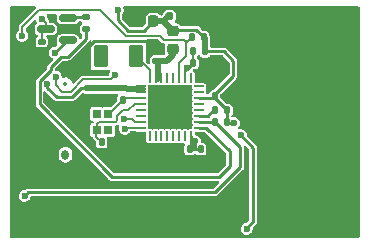
<source format=gbl>
%TF.GenerationSoftware,KiCad,Pcbnew,8.0.6*%
%TF.CreationDate,2025-10-07T13:26:48+02:00*%
%TF.ProjectId,PCB WLED Spec 7,50434220-574c-4454-9420-537065632037,rev?*%
%TF.SameCoordinates,Original*%
%TF.FileFunction,Copper,L2,Bot*%
%TF.FilePolarity,Positive*%
%FSLAX46Y46*%
G04 Gerber Fmt 4.6, Leading zero omitted, Abs format (unit mm)*
G04 Created by KiCad (PCBNEW 8.0.6) date 2025-10-07 13:26:48*
%MOMM*%
%LPD*%
G01*
G04 APERTURE LIST*
G04 Aperture macros list*
%AMRoundRect*
0 Rectangle with rounded corners*
0 $1 Rounding radius*
0 $2 $3 $4 $5 $6 $7 $8 $9 X,Y pos of 4 corners*
0 Add a 4 corners polygon primitive as box body*
4,1,4,$2,$3,$4,$5,$6,$7,$8,$9,$2,$3,0*
0 Add four circle primitives for the rounded corners*
1,1,$1+$1,$2,$3*
1,1,$1+$1,$4,$5*
1,1,$1+$1,$6,$7*
1,1,$1+$1,$8,$9*
0 Add four rect primitives between the rounded corners*
20,1,$1+$1,$2,$3,$4,$5,0*
20,1,$1+$1,$4,$5,$6,$7,0*
20,1,$1+$1,$6,$7,$8,$9,0*
20,1,$1+$1,$8,$9,$2,$3,0*%
G04 Aperture macros list end*
%TA.AperFunction,ComponentPad*%
%ADD10O,2.300000X1.300000*%
%TD*%
%TA.AperFunction,ComponentPad*%
%ADD11O,2.600000X1.300000*%
%TD*%
%TA.AperFunction,ComponentPad*%
%ADD12C,0.300000*%
%TD*%
%TA.AperFunction,SMDPad,CuDef*%
%ADD13RoundRect,0.140000X-0.170000X0.140000X-0.170000X-0.140000X0.170000X-0.140000X0.170000X0.140000X0*%
%TD*%
%TA.AperFunction,SMDPad,CuDef*%
%ADD14RoundRect,0.218750X0.256250X-0.218750X0.256250X0.218750X-0.256250X0.218750X-0.256250X-0.218750X0*%
%TD*%
%TA.AperFunction,SMDPad,CuDef*%
%ADD15RoundRect,0.140000X0.170000X-0.140000X0.170000X0.140000X-0.170000X0.140000X-0.170000X-0.140000X0*%
%TD*%
%TA.AperFunction,SMDPad,CuDef*%
%ADD16RoundRect,0.140000X0.140000X0.170000X-0.140000X0.170000X-0.140000X-0.170000X0.140000X-0.170000X0*%
%TD*%
%TA.AperFunction,SMDPad,CuDef*%
%ADD17RoundRect,0.135000X-0.135000X-0.185000X0.135000X-0.185000X0.135000X0.185000X-0.135000X0.185000X0*%
%TD*%
%TA.AperFunction,SMDPad,CuDef*%
%ADD18RoundRect,0.062500X-0.062500X0.337500X-0.062500X-0.337500X0.062500X-0.337500X0.062500X0.337500X0*%
%TD*%
%TA.AperFunction,SMDPad,CuDef*%
%ADD19RoundRect,0.062500X-0.337500X0.062500X-0.337500X-0.062500X0.337500X-0.062500X0.337500X0.062500X0*%
%TD*%
%TA.AperFunction,HeatsinkPad*%
%ADD20R,3.700000X3.700000*%
%TD*%
%TA.AperFunction,SMDPad,CuDef*%
%ADD21RoundRect,0.140000X-0.140000X-0.170000X0.140000X-0.170000X0.140000X0.170000X-0.140000X0.170000X0*%
%TD*%
%TA.AperFunction,SMDPad,CuDef*%
%ADD22RoundRect,0.225000X0.225000X0.250000X-0.225000X0.250000X-0.225000X-0.250000X0.225000X-0.250000X0*%
%TD*%
%TA.AperFunction,SMDPad,CuDef*%
%ADD23R,0.700000X0.750000*%
%TD*%
%TA.AperFunction,SMDPad,CuDef*%
%ADD24RoundRect,0.150000X0.450000X0.760000X-0.450000X0.760000X-0.450000X-0.760000X0.450000X-0.760000X0*%
%TD*%
%TA.AperFunction,SMDPad,CuDef*%
%ADD25RoundRect,0.135000X0.135000X0.185000X-0.135000X0.185000X-0.135000X-0.185000X0.135000X-0.185000X0*%
%TD*%
%TA.AperFunction,SMDPad,CuDef*%
%ADD26RoundRect,0.135000X0.185000X-0.135000X0.185000X0.135000X-0.185000X0.135000X-0.185000X-0.135000X0*%
%TD*%
%TA.AperFunction,SMDPad,CuDef*%
%ADD27RoundRect,0.150000X0.587500X0.150000X-0.587500X0.150000X-0.587500X-0.150000X0.587500X-0.150000X0*%
%TD*%
%TA.AperFunction,ViaPad*%
%ADD28C,0.600000*%
%TD*%
%TA.AperFunction,Conductor*%
%ADD29C,0.250000*%
%TD*%
%TA.AperFunction,Conductor*%
%ADD30C,0.200000*%
%TD*%
%TA.AperFunction,Conductor*%
%ADD31C,0.500000*%
%TD*%
%TA.AperFunction,Conductor*%
%ADD32C,0.157000*%
%TD*%
%ADD33C,0.300000*%
%ADD34C,0.350000*%
%ADD35O,0.599999X0.849999*%
%ADD36O,1.600000X0.600000*%
%ADD37O,1.900000X0.600000*%
%ADD38C,0.200000*%
G04 APERTURE END LIST*
D10*
%TO.P,J1,S1,SHIELD*%
%TO.N,GND*%
X185625000Y-75430000D03*
D11*
X181800000Y-75430000D03*
D10*
X185625000Y-84070000D03*
D11*
X181800000Y-84070000D03*
%TD*%
D12*
%TO.P,U3,10,EXP*%
%TO.N,GND*%
X194200000Y-84000000D03*
%TO.P,U3,11,EXP*%
X195500000Y-84000000D03*
%TO.P,U3,12,EXP*%
X194200000Y-85300000D03*
%TO.P,U3,13,EXP*%
X195500000Y-85300000D03*
%TO.P,U3,14,EXP*%
X194200000Y-86600000D03*
%TO.P,U3,15,EXP*%
X195500000Y-86600000D03*
%TO.P,U3,16,EXP*%
X194200000Y-87900000D03*
%TO.P,U3,17,EXP*%
X195500000Y-87900000D03*
%TD*%
D13*
%TO.P,C20,1*%
%TO.N,3.3V*%
X187800000Y-77120000D03*
%TO.P,C20,2*%
%TO.N,GND*%
X187800000Y-78080000D03*
%TD*%
D14*
%TO.P,L1,1,1*%
%TO.N,VDD3P3*%
X193970000Y-73840000D03*
%TO.P,L1,2,2*%
%TO.N,3.3V*%
X193970000Y-72265000D03*
%TD*%
D15*
%TO.P,C4,1*%
%TO.N,VDD3P3*%
X192600000Y-74800000D03*
%TO.P,C4,2*%
%TO.N,GND*%
X192600000Y-73840000D03*
%TD*%
D16*
%TO.P,C17,1*%
%TO.N,3.3V*%
X195400000Y-82300000D03*
%TO.P,C17,2*%
%TO.N,GND*%
X194440000Y-82300000D03*
%TD*%
D17*
%TO.P,R6,1*%
%TO.N,Net-(U1-GPIO8)*%
X197590000Y-79000000D03*
%TO.P,R6,2*%
%TO.N,3.3V*%
X198610000Y-79000000D03*
%TD*%
%TO.P,R5,1*%
%TO.N,PWM1*%
X195600000Y-72800000D03*
%TO.P,R5,2*%
%TO.N,3.3V*%
X196620000Y-72800000D03*
%TD*%
D13*
%TO.P,C19,1*%
%TO.N,3.3V*%
X186800000Y-77120000D03*
%TO.P,C19,2*%
%TO.N,GND*%
X186800000Y-78080000D03*
%TD*%
D18*
%TO.P,U1,1,LNA_IN*%
%TO.N,WIFI_ANT*%
X192025000Y-76275000D03*
%TO.P,U1,2,VDD3P3*%
%TO.N,VDD3P3*%
X192525000Y-76275000D03*
%TO.P,U1,3,VDD3P3*%
X193025000Y-76275000D03*
%TO.P,U1,4,XTAL_32K_P*%
%TO.N,unconnected-(U1-XTAL_32K_P-Pad4)*%
X193525000Y-76275000D03*
%TO.P,U1,5,XTAL_32K_N*%
%TO.N,unconnected-(U1-XTAL_32K_N-Pad5)*%
X194025000Y-76275000D03*
%TO.P,U1,6,GPIO2*%
%TO.N,PWM1*%
X194525000Y-76275000D03*
%TO.P,U1,7,CHIP_EN*%
%TO.N,ENABLE*%
X195025000Y-76275000D03*
%TO.P,U1,8,GPIO3*%
%TO.N,unconnected-(U1-GPIO3-Pad8)*%
X195525000Y-76275000D03*
D19*
%TO.P,U1,9,MTMS*%
%TO.N,unconnected-(U1-MTMS-Pad9)*%
X196225000Y-76975000D03*
%TO.P,U1,10,MTDI*%
%TO.N,unconnected-(U1-MTDI-Pad10)*%
X196225000Y-77475000D03*
%TO.P,U1,11,VDD3P3_RTC*%
%TO.N,3.3V*%
X196225000Y-77975000D03*
%TO.P,U1,12,MTCK*%
%TO.N,unconnected-(U1-MTCK-Pad12)*%
X196225000Y-78475000D03*
%TO.P,U1,13,MTDO*%
%TO.N,unconnected-(U1-MTDO-Pad13)*%
X196225000Y-78975000D03*
%TO.P,U1,14,GPIO8*%
%TO.N,Net-(U1-GPIO8)*%
X196225000Y-79475000D03*
%TO.P,U1,15,GPIO9*%
%TO.N,BOOT*%
X196225000Y-79975000D03*
%TO.P,U1,16,GPIO10*%
%TO.N,LED1_IN*%
X196225000Y-80475000D03*
D18*
%TO.P,U1,17,VDD3P3_CPU*%
%TO.N,3.3V*%
X195525000Y-81175000D03*
%TO.P,U1,18,VDD_SPI*%
%TO.N,unconnected-(U1-VDD_SPI-Pad18)*%
X195025000Y-81175000D03*
%TO.P,U1,19,SPIHD*%
%TO.N,unconnected-(U1-SPIHD-Pad19)*%
X194525000Y-81175000D03*
%TO.P,U1,20,SPIWP*%
%TO.N,unconnected-(U1-SPIWP-Pad20)*%
X194025000Y-81175000D03*
%TO.P,U1,21,SPICS0*%
%TO.N,unconnected-(U1-SPICS0-Pad21)*%
X193525000Y-81175000D03*
%TO.P,U1,22,SPICLK*%
%TO.N,unconnected-(U1-SPICLK-Pad22)*%
X193025000Y-81175000D03*
%TO.P,U1,23,SPID*%
%TO.N,unconnected-(U1-SPID-Pad23)*%
X192525000Y-81175000D03*
%TO.P,U1,24,SPIQ*%
%TO.N,unconnected-(U1-SPIQ-Pad24)*%
X192025000Y-81175000D03*
D19*
%TO.P,U1,25,GPIO18*%
%TO.N,USB_D-*%
X191325000Y-80475000D03*
%TO.P,U1,26,GPIO19*%
%TO.N,USB_D+*%
X191325000Y-79975000D03*
%TO.P,U1,27,U0RXD*%
%TO.N,unconnected-(U1-U0RXD-Pad27)*%
X191325000Y-79475000D03*
%TO.P,U1,28,U0TXD*%
%TO.N,unconnected-(U1-U0TXD-Pad28)*%
X191325000Y-78975000D03*
%TO.P,U1,29,XTAL_N*%
%TO.N,XTAL_N*%
X191325000Y-78475000D03*
%TO.P,U1,30,XTAL_P*%
%TO.N,XTAL_P*%
X191325000Y-77975000D03*
%TO.P,U1,31,VDDA*%
%TO.N,3.3V*%
X191325000Y-77475000D03*
%TO.P,U1,32,VDDA*%
X191325000Y-76975000D03*
D20*
%TO.P,U1,33,GND*%
%TO.N,GND*%
X193775000Y-78725000D03*
%TD*%
D21*
%TO.P,C21,2*%
%TO.N,GND*%
X188912500Y-81712500D03*
%TO.P,C21,1*%
%TO.N,XTAL_N*%
X187952500Y-81712500D03*
%TD*%
D22*
%TO.P,C6,1*%
%TO.N,3.3V*%
X192345000Y-71440000D03*
%TO.P,C6,2*%
%TO.N,GND*%
X190795000Y-71440000D03*
%TD*%
D23*
%TO.P,Y1,1*%
%TO.N,XTAL_N*%
X187527500Y-80647500D03*
%TO.P,Y1,2*%
%TO.N,N/C*%
X187527500Y-79297500D03*
%TO.P,Y1,3*%
%TO.N,XTAL_P*%
X188527500Y-79297500D03*
%TO.P,Y1,4*%
%TO.N,N/C*%
X188527500Y-80647500D03*
%TD*%
D16*
%TO.P,C22,1*%
%TO.N,XTAL_P*%
X189780000Y-78100000D03*
%TO.P,C22,2*%
%TO.N,GND*%
X188820000Y-78100000D03*
%TD*%
D21*
%TO.P,C7,1*%
%TO.N,3.3V*%
X197520000Y-77800000D03*
%TO.P,C7,2*%
%TO.N,GND*%
X198480000Y-77800000D03*
%TD*%
D24*
%TO.P,AE1,1*%
%TO.N,WIFI_ANT*%
X190860000Y-74400000D03*
%TO.P,AE1,2*%
%TO.N,N/C*%
X187940000Y-74400000D03*
%TD*%
D21*
%TO.P,C5,1*%
%TO.N,3.3V*%
X193790000Y-71040000D03*
%TO.P,C5,2*%
%TO.N,GND*%
X194750000Y-71040000D03*
%TD*%
D25*
%TO.P,R7,1*%
%TO.N,3.3V*%
X198610000Y-80000000D03*
%TO.P,R7,2*%
%TO.N,BOOT*%
X197590000Y-80000000D03*
%TD*%
D26*
%TO.P,R13,1*%
%TO.N,GND*%
X182900000Y-74210000D03*
%TO.P,R13,2*%
%TO.N,LED1_OUT*%
X182900000Y-73190000D03*
%TD*%
D21*
%TO.P,C3,1*%
%TO.N,ENABLE*%
X195730000Y-75010000D03*
%TO.P,C3,2*%
%TO.N,GND*%
X196690000Y-75010000D03*
%TD*%
D25*
%TO.P,R8,1*%
%TO.N,3.3V*%
X196710000Y-74000000D03*
%TO.P,R8,2*%
%TO.N,ENABLE*%
X195690000Y-74000000D03*
%TD*%
D21*
%TO.P,C18,1*%
%TO.N,3.3V*%
X196340000Y-82300000D03*
%TO.P,C18,2*%
%TO.N,GND*%
X197300000Y-82300000D03*
%TD*%
D26*
%TO.P,R12,1*%
%TO.N,LED1_IN*%
X186640000Y-72140000D03*
%TO.P,R12,2*%
%TO.N,Net-(Q1-B)*%
X186640000Y-71120000D03*
%TD*%
D27*
%TO.P,Q1,1,B*%
%TO.N,Net-(Q1-B)*%
X185100000Y-71170000D03*
%TO.P,Q1,2,E*%
%TO.N,5V_BUCK*%
X185100000Y-73070000D03*
%TO.P,Q1,3,C*%
%TO.N,LED1_OUT*%
X183225000Y-72120000D03*
%TD*%
D28*
%TO.N,GND*%
X181000000Y-82750000D03*
X181000000Y-82000000D03*
X183250000Y-82000000D03*
X181750000Y-82750000D03*
X183250000Y-82750000D03*
X182500000Y-82000000D03*
X181750000Y-82000000D03*
X182500000Y-82750000D03*
X183500000Y-88500000D03*
X183500000Y-87000000D03*
X183500000Y-89250000D03*
X182750000Y-87750000D03*
X183500000Y-87750000D03*
X182750000Y-88500000D03*
X182750000Y-89250000D03*
X182750000Y-87000000D03*
X185500000Y-87000000D03*
X185500000Y-89250000D03*
X186250000Y-88500000D03*
X185500000Y-88500000D03*
X186250000Y-87000000D03*
X185500000Y-87750000D03*
X186250000Y-89250000D03*
X186250000Y-87750000D03*
X204000000Y-88000000D03*
X204750000Y-86500000D03*
X204000000Y-88750000D03*
X206250000Y-87250000D03*
X205500000Y-88750000D03*
X204000000Y-87250000D03*
X205500000Y-87250000D03*
X204750000Y-88000000D03*
X204000000Y-86500000D03*
X206250000Y-86500000D03*
X204750000Y-88750000D03*
X205500000Y-88000000D03*
X204750000Y-87250000D03*
X205500000Y-86500000D03*
X206250000Y-88000000D03*
X206250000Y-88750000D03*
X205500000Y-85750000D03*
X205500000Y-85000000D03*
X206250000Y-83500000D03*
X204000000Y-83500000D03*
X204750000Y-85750000D03*
X204000000Y-84250000D03*
X204750000Y-84250000D03*
X204750000Y-85000000D03*
X205500000Y-83500000D03*
X206250000Y-85000000D03*
X206250000Y-85750000D03*
X205500000Y-84250000D03*
X206250000Y-84250000D03*
X204000000Y-85750000D03*
X204000000Y-85000000D03*
X204750000Y-83500000D03*
X200250000Y-76000000D03*
X200250000Y-76750000D03*
X201000000Y-75250000D03*
X201000000Y-76750000D03*
X201000000Y-76000000D03*
X201000000Y-77500000D03*
X201000000Y-78250000D03*
X200250000Y-77500000D03*
X200250000Y-78250000D03*
X200250000Y-75250000D03*
X201000000Y-74500000D03*
X200250000Y-74500000D03*
X203250000Y-77500000D03*
X201750000Y-77500000D03*
X203250000Y-78250000D03*
X201750000Y-78250000D03*
X202500000Y-77500000D03*
X202500000Y-78250000D03*
X206250000Y-78250000D03*
X204000000Y-77500000D03*
X205500000Y-78250000D03*
X204750000Y-77500000D03*
X206250000Y-77500000D03*
X205500000Y-77500000D03*
X204000000Y-78250000D03*
X204750000Y-78250000D03*
X203250000Y-76750000D03*
X205500000Y-74500000D03*
X201750000Y-75250000D03*
X206250000Y-75250000D03*
X204000000Y-75250000D03*
X206250000Y-76000000D03*
X202500000Y-76750000D03*
X204750000Y-76750000D03*
X205500000Y-75250000D03*
X204750000Y-76000000D03*
X201750000Y-76000000D03*
X202500000Y-76000000D03*
X203250000Y-75250000D03*
X203250000Y-76000000D03*
X206250000Y-74500000D03*
X204000000Y-76000000D03*
X204750000Y-74500000D03*
X204750000Y-75250000D03*
X202500000Y-75250000D03*
X205500000Y-76750000D03*
X204000000Y-74500000D03*
X203250000Y-74500000D03*
X202500000Y-74500000D03*
X201750000Y-74500000D03*
X204000000Y-76750000D03*
X205500000Y-76000000D03*
X206250000Y-76750000D03*
X201750000Y-76750000D03*
X207750000Y-79750000D03*
X207000000Y-83500000D03*
X207750000Y-80500000D03*
X207000000Y-72250000D03*
X207000000Y-73000000D03*
X207000000Y-73750000D03*
X207750000Y-78250000D03*
X207000000Y-74500000D03*
X207000000Y-79000000D03*
X207000000Y-82750000D03*
X207000000Y-76750000D03*
X207750000Y-81250000D03*
X207000000Y-78250000D03*
X207000000Y-80500000D03*
X207000000Y-76000000D03*
X207750000Y-79000000D03*
X207750000Y-84250000D03*
X207000000Y-79750000D03*
X207000000Y-71500000D03*
X207750000Y-77500000D03*
X207000000Y-81250000D03*
X207000000Y-77500000D03*
X207750000Y-82750000D03*
X207000000Y-84250000D03*
X207750000Y-83500000D03*
X207000000Y-75250000D03*
X207000000Y-70750000D03*
X207000000Y-82000000D03*
X207750000Y-82000000D03*
X207750000Y-76750000D03*
X207750000Y-76000000D03*
X207750000Y-75250000D03*
X207750000Y-74500000D03*
X207750000Y-73750000D03*
X207750000Y-73000000D03*
X207750000Y-72250000D03*
X207750000Y-71500000D03*
X207750000Y-70750000D03*
X208500000Y-79750000D03*
X208500000Y-80500000D03*
X208500000Y-78250000D03*
X208500000Y-81250000D03*
X208500000Y-79000000D03*
X208500000Y-84250000D03*
X208500000Y-77500000D03*
X208500000Y-82750000D03*
X208500000Y-83500000D03*
X208500000Y-82000000D03*
X208500000Y-76750000D03*
X208500000Y-76000000D03*
X208500000Y-75250000D03*
X208500000Y-74500000D03*
X208500000Y-73750000D03*
X208500000Y-73000000D03*
X208500000Y-72250000D03*
X208500000Y-71500000D03*
X208500000Y-70750000D03*
X209250000Y-84250000D03*
X209250000Y-83500000D03*
X209250000Y-82750000D03*
X209250000Y-82000000D03*
X209250000Y-81250000D03*
X209250000Y-80500000D03*
X209250000Y-79750000D03*
X209250000Y-79000000D03*
X209250000Y-78250000D03*
X209250000Y-77500000D03*
X209250000Y-76750000D03*
X209250000Y-76000000D03*
X209250000Y-75250000D03*
X209250000Y-74500000D03*
X209250000Y-73750000D03*
X209250000Y-73000000D03*
X209250000Y-72250000D03*
X209250000Y-71500000D03*
X209250000Y-70750000D03*
X193030000Y-78250000D03*
X192500000Y-79850000D03*
X191500000Y-82810000D03*
X190830000Y-82120000D03*
X191470000Y-82170000D03*
X188620000Y-77960000D03*
X198490000Y-75050000D03*
X195240000Y-71080000D03*
X190870000Y-82810000D03*
X198900000Y-77810000D03*
X192851303Y-74024580D03*
X193300000Y-79060000D03*
X194150000Y-79870000D03*
X192510000Y-79010000D03*
X194170000Y-79080000D03*
X193270000Y-79860000D03*
%TO.N,5V_BUCK*%
X184076456Y-76154020D03*
X200240000Y-89030000D03*
X199743058Y-81096942D03*
X183991544Y-74097222D03*
X189090000Y-76000000D03*
%TO.N,BOOT*%
X181440000Y-86240000D03*
%TO.N,ENABLE*%
X195199999Y-75438966D03*
%TO.N,USB_D-*%
X189920761Y-80539774D03*
%TO.N,USB_D+*%
X189890000Y-79740363D03*
%TO.N,3.3V*%
X199180000Y-80080000D03*
X183373871Y-76768871D03*
X195870000Y-81620000D03*
X189320000Y-70500000D03*
%TO.N,LED1_OUT*%
X182880000Y-71220000D03*
%TO.N,PWM1*%
X181230000Y-72690000D03*
%TD*%
D29*
%TO.N,LED1_IN*%
X198820000Y-83720000D02*
X198820000Y-82460000D01*
X196835000Y-80475000D02*
X196225000Y-80475000D01*
X197890000Y-84650000D02*
X198820000Y-83720000D01*
X198820000Y-82460000D02*
X196835000Y-80475000D01*
X182710000Y-76548858D02*
X182710000Y-78490000D01*
X182710000Y-78490000D02*
X188870000Y-84650000D01*
X183690000Y-75320000D02*
X183690000Y-75568858D01*
X184555000Y-74455000D02*
X183690000Y-75320000D01*
X185128408Y-74455000D02*
X184555000Y-74455000D01*
X186640000Y-72943408D02*
X185128408Y-74455000D01*
X186640000Y-72140000D02*
X186640000Y-72943408D01*
X183690000Y-75568858D02*
X182710000Y-76548858D01*
X188870000Y-84650000D02*
X197890000Y-84650000D01*
%TO.N,BOOT*%
X181730000Y-85950000D02*
X181440000Y-86240000D01*
X197556396Y-85950000D02*
X181730000Y-85950000D01*
X199680000Y-82090000D02*
X199680000Y-83826396D01*
X199680000Y-83826396D02*
X197556396Y-85950000D01*
X197590000Y-80000000D02*
X199680000Y-82090000D01*
D30*
%TO.N,XTAL_N*%
X190745000Y-78475000D02*
X191325000Y-78475000D01*
X190230000Y-78990000D02*
X190745000Y-78475000D01*
X189290000Y-79840000D02*
X189290000Y-79491834D01*
X189157500Y-79972500D02*
X189290000Y-79840000D01*
X187737500Y-79972500D02*
X189157500Y-79972500D01*
X187527500Y-80182500D02*
X187737500Y-79972500D01*
X189791834Y-78990000D02*
X190230000Y-78990000D01*
X187527500Y-80647500D02*
X187527500Y-80182500D01*
X189290000Y-79491834D02*
X189791834Y-78990000D01*
%TO.N,XTAL_P*%
X188582500Y-79297500D02*
X189780000Y-78100000D01*
X188527500Y-79297500D02*
X188582500Y-79297500D01*
D29*
%TO.N,ENABLE*%
X195301034Y-75438966D02*
X195730000Y-75010000D01*
X195199999Y-75438966D02*
X195301034Y-75438966D01*
D30*
%TO.N,USB_D-*%
X189985535Y-80475000D02*
X191325000Y-80475000D01*
X189920761Y-80539774D02*
X189985535Y-80475000D01*
%TO.N,USB_D+*%
X189890000Y-79740363D02*
X190568890Y-79740363D01*
X190803527Y-79975000D02*
X191325000Y-79975000D01*
X190568890Y-79740363D02*
X190803527Y-79975000D01*
D29*
%TO.N,Net-(U1-GPIO8)*%
X197400000Y-79000000D02*
X197590000Y-79000000D01*
X196925000Y-79475000D02*
X197400000Y-79000000D01*
X196225000Y-79475000D02*
X196925000Y-79475000D01*
%TO.N,BOOT*%
X197590000Y-80000000D02*
X197565000Y-79975000D01*
X197565000Y-79975000D02*
X196225000Y-79975000D01*
%TO.N,5V_BUCK*%
X200240000Y-88960000D02*
X200240000Y-89030000D01*
X200800000Y-88400000D02*
X200240000Y-88960000D01*
X199743058Y-81096942D02*
X200800000Y-82153884D01*
X200800000Y-82153884D02*
X200800000Y-88400000D01*
%TO.N,GND*%
X198900000Y-77810000D02*
X198490000Y-77810000D01*
X187285000Y-73165000D02*
X185625000Y-74825000D01*
X192784580Y-74024580D02*
X192600000Y-73840000D01*
X192851303Y-74024580D02*
X192784580Y-74024580D01*
D30*
X182900000Y-74210000D02*
X182900000Y-74330000D01*
X182900000Y-74330000D02*
X181800000Y-75430000D01*
D29*
X198450000Y-75010000D02*
X198490000Y-75050000D01*
X194750000Y-71040000D02*
X195200000Y-71040000D01*
X194750000Y-70590000D02*
X194750000Y-71040000D01*
X191925000Y-73165000D02*
X187285000Y-73165000D01*
X192600000Y-73840000D02*
X191925000Y-73165000D01*
X194495000Y-70335000D02*
X194750000Y-70590000D01*
X198490000Y-77810000D02*
X198480000Y-77800000D01*
X196690000Y-75010000D02*
X198450000Y-75010000D01*
X190795000Y-71440000D02*
X191900000Y-70335000D01*
X195200000Y-71040000D02*
X195240000Y-71080000D01*
X185625000Y-74825000D02*
X185625000Y-75430000D01*
X191900000Y-70335000D02*
X194495000Y-70335000D01*
%TO.N,5V_BUCK*%
X185018766Y-73070000D02*
X183991544Y-74097222D01*
D30*
X184076456Y-76845695D02*
X184630761Y-77400000D01*
X188740000Y-76350000D02*
X189090000Y-76000000D01*
X184076456Y-76154020D02*
X184076456Y-76845695D01*
X186388959Y-76350000D02*
X188740000Y-76350000D01*
X185338959Y-77400000D02*
X186388959Y-76350000D01*
X184630761Y-77400000D02*
X185338959Y-77400000D01*
D29*
X185100000Y-73070000D02*
X185018766Y-73070000D01*
D30*
%TO.N,ENABLE*%
X195730000Y-75010000D02*
X195730000Y-74040000D01*
X195025000Y-76275000D02*
X195025000Y-75715000D01*
X195025000Y-75715000D02*
X195730000Y-75010000D01*
X195730000Y-74040000D02*
X195690000Y-74000000D01*
%TO.N,XTAL_N*%
X187497500Y-81212500D02*
X187497500Y-80677500D01*
X187952500Y-81712500D02*
X187952500Y-81667500D01*
X187497500Y-80677500D02*
X187527500Y-80647500D01*
X187952500Y-81667500D02*
X187497500Y-81212500D01*
%TO.N,XTAL_P*%
X189905000Y-77975000D02*
X191325000Y-77975000D01*
X189780000Y-78100000D02*
X189905000Y-77975000D01*
D29*
%TO.N,Net-(Q1-B)*%
X186640000Y-71120000D02*
X185150000Y-71120000D01*
X185150000Y-71120000D02*
X185100000Y-71170000D01*
D31*
%TO.N,VDD3P3*%
X192600000Y-74800000D02*
X193500000Y-74800000D01*
X192760000Y-74960000D02*
X192600000Y-74800000D01*
X193500000Y-74800000D02*
X194000000Y-74300000D01*
X192700000Y-76380000D02*
X192760000Y-76320000D01*
X192760000Y-76320000D02*
X192760000Y-74960000D01*
D29*
%TO.N,3.3V*%
X192345000Y-71440000D02*
X191545000Y-72240000D01*
D31*
X187800000Y-77120000D02*
X190020000Y-77120000D01*
X193145000Y-71440000D02*
X193201734Y-71440000D01*
D29*
X197520000Y-77640000D02*
X197520000Y-77800000D01*
D31*
X193201734Y-71440000D02*
X193601734Y-71040000D01*
D29*
X193970000Y-72265000D02*
X194080000Y-72155000D01*
X195525000Y-81175000D02*
X195525000Y-81860000D01*
X199115000Y-74791116D02*
X199115000Y-76045000D01*
D31*
X193145000Y-71440000D02*
X193970000Y-72265000D01*
X193601734Y-70910000D02*
X193790000Y-70910000D01*
D29*
X195525000Y-81860000D02*
X195525000Y-82175000D01*
X191545000Y-72240000D02*
X190175000Y-72240000D01*
X196340000Y-82300000D02*
X195860000Y-82300000D01*
X192345000Y-71440000D02*
X192345000Y-71755000D01*
X198610000Y-79000000D02*
X197520000Y-77910000D01*
D31*
X191475000Y-77205000D02*
X191475000Y-77200000D01*
D29*
X195525000Y-82175000D02*
X195400000Y-82300000D01*
X198323884Y-74000000D02*
X199115000Y-74791116D01*
X184140000Y-77850000D02*
X185490000Y-77850000D01*
D31*
X191470000Y-77200000D02*
X191475000Y-77205000D01*
D29*
X189320000Y-71385000D02*
X189320000Y-70500000D01*
D31*
X190100000Y-77200000D02*
X191470000Y-77200000D01*
X196710000Y-74000000D02*
X196710000Y-72890000D01*
D29*
X185490000Y-77850000D02*
X186220000Y-77120000D01*
X198690000Y-80080000D02*
X198610000Y-80000000D01*
X196710000Y-74000000D02*
X198323884Y-74000000D01*
D31*
X186800000Y-77120000D02*
X187800000Y-77120000D01*
D29*
X199115000Y-76045000D02*
X197520000Y-77640000D01*
X195860000Y-82195000D02*
X195525000Y-81860000D01*
X198610000Y-80000000D02*
X198610000Y-79000000D01*
X199180000Y-80080000D02*
X198690000Y-80080000D01*
X195975000Y-72155000D02*
X196620000Y-72800000D01*
X183373871Y-77083871D02*
X184140000Y-77850000D01*
X195860000Y-82300000D02*
X195860000Y-81630000D01*
X183373871Y-76768871D02*
X183373871Y-77083871D01*
X197345000Y-77975000D02*
X197520000Y-77800000D01*
X190175000Y-72240000D02*
X189320000Y-71385000D01*
X186220000Y-77120000D02*
X186800000Y-77120000D01*
X196225000Y-77975000D02*
X197345000Y-77975000D01*
X194080000Y-72155000D02*
X195975000Y-72155000D01*
D31*
X190020000Y-77120000D02*
X190100000Y-77200000D01*
X192345000Y-71440000D02*
X193145000Y-71440000D01*
D29*
X195860000Y-82300000D02*
X195860000Y-82195000D01*
X195860000Y-82300000D02*
X195400000Y-82300000D01*
X195860000Y-81630000D02*
X195870000Y-81620000D01*
X197520000Y-77910000D02*
X197520000Y-77800000D01*
D31*
X196710000Y-72890000D02*
X196620000Y-72800000D01*
D32*
%TO.N,WIFI_ANT*%
X190860000Y-74400000D02*
X192025000Y-75565000D01*
X192025000Y-75565000D02*
X192025000Y-76275000D01*
D30*
%TO.N,LED1_OUT*%
X183225000Y-72120000D02*
X183225000Y-71565000D01*
X182900000Y-72445000D02*
X183225000Y-72120000D01*
X182900000Y-73190000D02*
X182900000Y-72445000D01*
X183225000Y-71565000D02*
X182880000Y-71220000D01*
%TO.N,PWM1*%
X182660000Y-70520000D02*
X187850000Y-70520000D01*
X195120000Y-73280000D02*
X195170000Y-73230000D01*
X181230000Y-71950000D02*
X182660000Y-70520000D01*
X194525000Y-74989686D02*
X195120000Y-74394686D01*
X194972479Y-73032479D02*
X195170000Y-73230000D01*
X195120000Y-74394686D02*
X195120000Y-73280000D01*
X187850000Y-70520000D02*
X190010000Y-72680000D01*
X195170000Y-73230000D02*
X195600000Y-72800000D01*
X181230000Y-72690000D02*
X181230000Y-71950000D01*
X193213655Y-73032479D02*
X194972479Y-73032479D01*
X190010000Y-72680000D02*
X192861176Y-72680000D01*
X194525000Y-76275000D02*
X194525000Y-74989686D01*
X192861176Y-72680000D02*
X193213655Y-73032479D01*
%TD*%
%TA.AperFunction,Conductor*%
%TO.N,GND*%
G36*
X182373713Y-70219407D02*
G01*
X182409677Y-70268907D01*
X182409677Y-70330093D01*
X182385527Y-70369501D01*
X181045489Y-71709540D01*
X181045488Y-71709539D01*
X180989539Y-71765489D01*
X180949980Y-71834007D01*
X180949978Y-71834011D01*
X180929500Y-71910435D01*
X180929500Y-72236105D01*
X180910593Y-72294296D01*
X180903258Y-72302289D01*
X180903509Y-72302506D01*
X180898872Y-72307856D01*
X180898872Y-72307857D01*
X180830915Y-72386283D01*
X180804622Y-72416628D01*
X180744834Y-72547543D01*
X180724353Y-72689997D01*
X180724353Y-72690002D01*
X180744834Y-72832456D01*
X180776138Y-72901000D01*
X180804623Y-72963373D01*
X180857430Y-73024316D01*
X180898873Y-73072144D01*
X180999043Y-73136519D01*
X181019947Y-73149953D01*
X181123648Y-73180402D01*
X181158035Y-73190499D01*
X181158036Y-73190499D01*
X181158039Y-73190500D01*
X181158041Y-73190500D01*
X181301959Y-73190500D01*
X181301961Y-73190500D01*
X181440053Y-73149953D01*
X181561128Y-73072143D01*
X181655377Y-72963373D01*
X181715165Y-72832457D01*
X181729507Y-72732708D01*
X181735647Y-72690002D01*
X181735647Y-72689997D01*
X181715165Y-72547543D01*
X181684547Y-72480500D01*
X181655377Y-72416627D01*
X181561128Y-72307857D01*
X181561127Y-72307856D01*
X181556491Y-72302506D01*
X181558524Y-72300743D01*
X181533067Y-72258505D01*
X181530500Y-72236105D01*
X181530500Y-72115478D01*
X181549407Y-72057287D01*
X181559490Y-72045480D01*
X182246256Y-71358713D01*
X182300773Y-71330937D01*
X182361205Y-71340508D01*
X182404470Y-71383773D01*
X182406313Y-71387591D01*
X182454623Y-71493373D01*
X182477409Y-71519670D01*
X182501227Y-71576029D01*
X182487368Y-71635625D01*
X182446074Y-71673440D01*
X182431020Y-71680800D01*
X182431019Y-71680800D01*
X182348301Y-71763518D01*
X182296927Y-71868604D01*
X182296927Y-71868607D01*
X182287000Y-71936740D01*
X182287000Y-72303260D01*
X182291761Y-72335935D01*
X182296927Y-72371395D01*
X182335035Y-72449345D01*
X182348302Y-72476483D01*
X182431017Y-72559198D01*
X182482868Y-72584546D01*
X182514919Y-72600215D01*
X182558893Y-72642759D01*
X182569462Y-72703024D01*
X182542589Y-72757993D01*
X182525926Y-72769870D01*
X182526693Y-72770965D01*
X182519600Y-72775931D01*
X182435933Y-72859598D01*
X182385932Y-72966824D01*
X182385932Y-72966825D01*
X182379500Y-73015685D01*
X182379500Y-73364314D01*
X182385932Y-73413174D01*
X182385932Y-73413175D01*
X182435933Y-73520401D01*
X182435934Y-73520402D01*
X182435935Y-73520404D01*
X182519596Y-73604065D01*
X182519597Y-73604065D01*
X182519598Y-73604066D01*
X182626824Y-73654067D01*
X182626825Y-73654067D01*
X182626827Y-73654068D01*
X182675684Y-73660500D01*
X182675685Y-73660500D01*
X183124314Y-73660500D01*
X183124316Y-73660500D01*
X183173173Y-73654068D01*
X183280404Y-73604065D01*
X183364065Y-73520404D01*
X183414068Y-73413173D01*
X183420500Y-73364316D01*
X183420500Y-73015684D01*
X183414068Y-72966827D01*
X183412457Y-72963373D01*
X183364066Y-72859598D01*
X183364065Y-72859597D01*
X183364065Y-72859596D01*
X183293970Y-72789501D01*
X183266195Y-72734987D01*
X183275766Y-72674555D01*
X183319031Y-72631290D01*
X183363976Y-72620500D01*
X183845757Y-72620500D01*
X183845760Y-72620500D01*
X183913893Y-72610573D01*
X184018983Y-72559198D01*
X184101698Y-72476483D01*
X184153073Y-72371393D01*
X184163000Y-72303260D01*
X184163000Y-71936740D01*
X184153073Y-71868607D01*
X184144799Y-71851683D01*
X184101698Y-71763518D01*
X184101698Y-71763517D01*
X184018983Y-71680802D01*
X183997910Y-71670500D01*
X183913895Y-71629427D01*
X183886639Y-71625456D01*
X183845760Y-71619500D01*
X183845757Y-71619500D01*
X183624500Y-71619500D01*
X183566309Y-71600593D01*
X183530345Y-71551093D01*
X183527281Y-71531747D01*
X183526347Y-71531871D01*
X183525500Y-71525437D01*
X183516868Y-71493225D01*
X183516867Y-71493220D01*
X183505024Y-71449018D01*
X183505023Y-71449015D01*
X183505022Y-71449014D01*
X183505022Y-71449012D01*
X183465460Y-71380489D01*
X183438227Y-71353256D01*
X183410546Y-71325574D01*
X183382769Y-71271057D01*
X183382558Y-71241482D01*
X183385647Y-71220000D01*
X183384089Y-71209165D01*
X183365165Y-71077543D01*
X183311771Y-70960627D01*
X183304796Y-70899840D01*
X183334882Y-70846563D01*
X183390538Y-70821145D01*
X183401824Y-70820500D01*
X184071752Y-70820500D01*
X184129943Y-70839407D01*
X184165907Y-70888907D01*
X184169717Y-70933770D01*
X184162000Y-70986740D01*
X184162000Y-71353260D01*
X184166446Y-71383773D01*
X184171927Y-71421395D01*
X184210854Y-71501020D01*
X184223302Y-71526483D01*
X184306017Y-71609198D01*
X184359785Y-71635483D01*
X184411104Y-71660572D01*
X184411105Y-71660572D01*
X184411107Y-71660573D01*
X184479240Y-71670500D01*
X184479243Y-71670500D01*
X185720757Y-71670500D01*
X185720760Y-71670500D01*
X185788893Y-71660573D01*
X185893983Y-71609198D01*
X185976698Y-71526483D01*
X185989146Y-71501019D01*
X186031689Y-71457046D01*
X186078087Y-71445500D01*
X186130024Y-71445500D01*
X186188215Y-71464407D01*
X186200021Y-71474490D01*
X186259596Y-71534065D01*
X186259597Y-71534065D01*
X186259598Y-71534066D01*
X186272915Y-71540276D01*
X186317663Y-71582005D01*
X186329337Y-71642066D01*
X186303478Y-71697518D01*
X186272915Y-71719724D01*
X186259598Y-71725933D01*
X186175933Y-71809598D01*
X186125932Y-71916824D01*
X186125932Y-71916825D01*
X186119500Y-71965685D01*
X186119500Y-72314314D01*
X186125932Y-72363174D01*
X186125932Y-72363175D01*
X186175933Y-72470401D01*
X186175934Y-72470402D01*
X186175935Y-72470404D01*
X186259596Y-72554065D01*
X186259597Y-72554065D01*
X186259599Y-72554067D01*
X186266691Y-72559033D01*
X186265546Y-72560666D01*
X186302087Y-72594740D01*
X186314500Y-72642737D01*
X186314500Y-72767573D01*
X186295593Y-72825764D01*
X186285503Y-72837577D01*
X186202743Y-72920336D01*
X186148226Y-72948113D01*
X186087794Y-72938541D01*
X186044530Y-72895277D01*
X186034775Y-72864610D01*
X186028073Y-72818607D01*
X185976698Y-72713517D01*
X185893983Y-72630802D01*
X185872910Y-72620500D01*
X185788895Y-72579427D01*
X185761639Y-72575456D01*
X185720760Y-72569500D01*
X184479240Y-72569500D01*
X184445173Y-72574463D01*
X184411104Y-72579427D01*
X184306018Y-72630801D01*
X184223301Y-72713518D01*
X184171927Y-72818604D01*
X184171927Y-72818607D01*
X184162000Y-72886740D01*
X184162000Y-73253260D01*
X184170860Y-73314068D01*
X184171927Y-73321392D01*
X184185249Y-73348643D01*
X184193820Y-73409225D01*
X184166312Y-73462126D01*
X184060714Y-73567725D01*
X184006197Y-73595503D01*
X183990710Y-73596722D01*
X183919579Y-73596722D01*
X183781493Y-73637268D01*
X183781486Y-73637271D01*
X183660417Y-73715077D01*
X183566166Y-73823850D01*
X183506378Y-73954765D01*
X183485897Y-74097219D01*
X183485897Y-74097224D01*
X183506378Y-74239678D01*
X183545814Y-74326029D01*
X183566167Y-74370595D01*
X183655669Y-74473887D01*
X183660417Y-74479366D01*
X183709135Y-74510675D01*
X183781491Y-74557175D01*
X183781493Y-74557175D01*
X183781494Y-74557176D01*
X183784505Y-74558060D01*
X183786666Y-74559538D01*
X183787932Y-74560116D01*
X183787832Y-74560334D01*
X183835012Y-74592595D01*
X183855575Y-74650221D01*
X183838338Y-74708928D01*
X183826619Y-74723053D01*
X183429535Y-75120137D01*
X183386680Y-75194364D01*
X183386679Y-75194367D01*
X183373555Y-75243354D01*
X183373554Y-75243359D01*
X183364500Y-75277146D01*
X183364500Y-75393023D01*
X183345593Y-75451214D01*
X183335504Y-75463027D01*
X182449531Y-76349000D01*
X182406683Y-76423215D01*
X182400494Y-76446308D01*
X182400495Y-76446309D01*
X182400495Y-76446310D01*
X182384500Y-76506005D01*
X182384500Y-78447147D01*
X182384500Y-78532853D01*
X182392684Y-78563397D01*
X182406683Y-78615643D01*
X182449531Y-78689857D01*
X182449533Y-78689859D01*
X182449535Y-78689862D01*
X188609533Y-84849859D01*
X188609535Y-84849862D01*
X188670138Y-84910465D01*
X188744362Y-84953318D01*
X188744364Y-84953318D01*
X188744365Y-84953319D01*
X188785755Y-84964409D01*
X188827145Y-84975500D01*
X188827147Y-84975501D01*
X188827148Y-84975501D01*
X188918916Y-84975501D01*
X188918932Y-84975500D01*
X197831561Y-84975500D01*
X197889752Y-84994407D01*
X197925716Y-85043907D01*
X197925716Y-85105093D01*
X197901565Y-85144504D01*
X197450565Y-85595504D01*
X197396048Y-85623281D01*
X197380561Y-85624500D01*
X181772853Y-85624500D01*
X181687147Y-85624500D01*
X181636478Y-85638076D01*
X181604356Y-85646683D01*
X181530142Y-85689531D01*
X181530141Y-85689532D01*
X181530138Y-85689534D01*
X181530138Y-85689535D01*
X181509167Y-85710505D01*
X181454653Y-85738281D01*
X181439166Y-85739500D01*
X181368035Y-85739500D01*
X181229949Y-85780046D01*
X181229942Y-85780049D01*
X181108873Y-85857855D01*
X181014622Y-85966628D01*
X180954834Y-86097543D01*
X180934353Y-86239997D01*
X180934353Y-86240002D01*
X180954834Y-86382456D01*
X181014622Y-86513371D01*
X181014623Y-86513373D01*
X181108872Y-86622143D01*
X181108873Y-86622144D01*
X181229942Y-86699950D01*
X181229947Y-86699953D01*
X181336403Y-86731211D01*
X181368035Y-86740499D01*
X181368036Y-86740499D01*
X181368039Y-86740500D01*
X181368041Y-86740500D01*
X181511959Y-86740500D01*
X181511961Y-86740500D01*
X181650053Y-86699953D01*
X181771128Y-86622143D01*
X181865377Y-86513373D01*
X181925165Y-86382457D01*
X181928334Y-86360410D01*
X181955330Y-86305504D01*
X182009444Y-86276950D01*
X182026327Y-86275500D01*
X197599247Y-86275500D01*
X197599249Y-86275500D01*
X197682035Y-86253318D01*
X197682037Y-86253316D01*
X197682039Y-86253316D01*
X197756253Y-86210468D01*
X197756253Y-86210467D01*
X197756258Y-86210465D01*
X199879859Y-84086862D01*
X199879862Y-84086861D01*
X199940465Y-84026258D01*
X199983318Y-83952034D01*
X200005501Y-83869248D01*
X200005501Y-83783543D01*
X200005501Y-83777481D01*
X200005500Y-83777463D01*
X200005500Y-82058718D01*
X200024407Y-82000527D01*
X200073907Y-81964563D01*
X200135093Y-81964563D01*
X200174504Y-81988714D01*
X200445504Y-82259714D01*
X200473281Y-82314231D01*
X200474500Y-82329718D01*
X200474500Y-88224165D01*
X200455593Y-88282356D01*
X200445504Y-88294169D01*
X200239169Y-88500504D01*
X200184652Y-88528281D01*
X200169165Y-88529500D01*
X200168035Y-88529500D01*
X200029949Y-88570046D01*
X200029942Y-88570049D01*
X199908873Y-88647855D01*
X199814622Y-88756628D01*
X199754834Y-88887543D01*
X199734353Y-89029997D01*
X199734353Y-89030002D01*
X199754834Y-89172456D01*
X199814622Y-89303371D01*
X199814623Y-89303373D01*
X199908872Y-89412143D01*
X199908873Y-89412144D01*
X200029942Y-89489950D01*
X200029947Y-89489953D01*
X200136403Y-89521211D01*
X200168035Y-89530499D01*
X200168036Y-89530499D01*
X200168039Y-89530500D01*
X200168041Y-89530500D01*
X200311959Y-89530500D01*
X200311961Y-89530500D01*
X200450053Y-89489953D01*
X200571128Y-89412143D01*
X200665377Y-89303373D01*
X200725165Y-89172457D01*
X200745647Y-89030000D01*
X200738203Y-88978227D01*
X200748636Y-88917938D01*
X200766188Y-88894136D01*
X200999859Y-88660466D01*
X200999862Y-88660465D01*
X201060465Y-88599862D01*
X201103318Y-88525638D01*
X201125501Y-88442853D01*
X201125501Y-88357147D01*
X201125501Y-88351085D01*
X201125500Y-88351067D01*
X201125500Y-82204724D01*
X201125501Y-82204711D01*
X201125501Y-82111030D01*
X201125500Y-82111028D01*
X201103318Y-82028245D01*
X201068535Y-81968000D01*
X201068533Y-81967997D01*
X201066550Y-81964563D01*
X201060465Y-81954022D01*
X200999862Y-81893419D01*
X200999859Y-81893417D01*
X200277701Y-81171258D01*
X200249924Y-81116741D01*
X200248705Y-81101254D01*
X200248705Y-81096939D01*
X200228223Y-80954485D01*
X200213350Y-80921918D01*
X200168435Y-80823569D01*
X200074186Y-80714799D01*
X200074185Y-80714798D01*
X200074184Y-80714797D01*
X199953115Y-80636991D01*
X199953112Y-80636989D01*
X199953111Y-80636989D01*
X199946293Y-80634987D01*
X199815022Y-80596442D01*
X199815019Y-80596442D01*
X199671097Y-80596442D01*
X199671093Y-80596442D01*
X199623960Y-80610282D01*
X199562799Y-80608534D01*
X199514347Y-80571171D01*
X199497109Y-80512464D01*
X199517671Y-80454837D01*
X199521250Y-80450461D01*
X199605377Y-80353373D01*
X199665165Y-80222457D01*
X199674215Y-80159511D01*
X199685647Y-80080002D01*
X199685647Y-80079997D01*
X199665165Y-79937543D01*
X199605377Y-79806627D01*
X199511128Y-79697857D01*
X199511127Y-79697856D01*
X199511126Y-79697855D01*
X199390057Y-79620049D01*
X199390054Y-79620047D01*
X199390053Y-79620047D01*
X199388517Y-79619596D01*
X199251964Y-79579500D01*
X199251961Y-79579500D01*
X199108039Y-79579500D01*
X199108037Y-79579500D01*
X199079466Y-79587889D01*
X199018305Y-79586140D01*
X198969854Y-79548776D01*
X198952617Y-79490068D01*
X198973180Y-79432442D01*
X198981566Y-79422902D01*
X199024065Y-79380404D01*
X199074068Y-79273173D01*
X199080500Y-79224316D01*
X199080500Y-78775684D01*
X199074068Y-78726827D01*
X199071817Y-78722000D01*
X199024066Y-78619598D01*
X199024065Y-78619597D01*
X199024065Y-78619596D01*
X198940404Y-78535935D01*
X198940402Y-78535934D01*
X198940401Y-78535933D01*
X198833175Y-78485932D01*
X198800601Y-78481644D01*
X198784316Y-78479500D01*
X198784315Y-78479500D01*
X198590834Y-78479500D01*
X198532643Y-78460593D01*
X198520830Y-78450504D01*
X198029495Y-77959169D01*
X198001718Y-77904652D01*
X198000499Y-77889165D01*
X198000499Y-77660834D01*
X198019406Y-77602643D01*
X198029489Y-77590836D01*
X199314859Y-76305466D01*
X199314862Y-76305465D01*
X199375465Y-76244862D01*
X199418318Y-76170638D01*
X199422771Y-76154020D01*
X199440501Y-76087853D01*
X199440501Y-76002147D01*
X199440501Y-75996085D01*
X199440500Y-75996067D01*
X199440500Y-74748265D01*
X199440499Y-74748261D01*
X199430114Y-74709498D01*
X199430114Y-74709497D01*
X199418318Y-74665477D01*
X199418316Y-74665473D01*
X199375468Y-74591258D01*
X199375466Y-74591256D01*
X199375465Y-74591254D01*
X198523746Y-73739535D01*
X198523743Y-73739533D01*
X198523741Y-73739531D01*
X198449526Y-73696683D01*
X198449528Y-73696683D01*
X198417405Y-73688076D01*
X198366737Y-73674500D01*
X198366735Y-73674500D01*
X197259500Y-73674500D01*
X197201309Y-73655593D01*
X197165345Y-73606093D01*
X197160500Y-73575500D01*
X197160500Y-72830691D01*
X197134050Y-72731979D01*
X197134050Y-72731977D01*
X197129801Y-72716118D01*
X197129798Y-72716112D01*
X197128300Y-72713518D01*
X197105806Y-72674555D01*
X197103763Y-72671016D01*
X197090500Y-72621517D01*
X197090500Y-72575685D01*
X197088523Y-72560666D01*
X197084068Y-72526827D01*
X197075072Y-72507536D01*
X197034066Y-72419598D01*
X197034065Y-72419597D01*
X197034065Y-72419596D01*
X196950404Y-72335935D01*
X196950402Y-72335934D01*
X196950401Y-72335933D01*
X196843175Y-72285932D01*
X196810601Y-72281644D01*
X196794316Y-72279500D01*
X196794315Y-72279500D01*
X196600833Y-72279500D01*
X196542642Y-72260593D01*
X196530829Y-72250503D01*
X196354797Y-72074471D01*
X196174862Y-71894535D01*
X196174857Y-71894531D01*
X196100642Y-71851683D01*
X196100644Y-71851683D01*
X196068521Y-71843076D01*
X196017853Y-71829500D01*
X196017851Y-71829500D01*
X194643416Y-71829500D01*
X194585225Y-71810593D01*
X194573412Y-71800504D01*
X194569659Y-71796751D01*
X194569658Y-71796749D01*
X194475751Y-71702842D01*
X194465302Y-71697518D01*
X194357423Y-71642550D01*
X194357420Y-71642549D01*
X194332876Y-71638661D01*
X194259249Y-71627000D01*
X194259246Y-71627000D01*
X194233547Y-71627000D01*
X194175356Y-71608093D01*
X194139392Y-71558593D01*
X194139392Y-71497407D01*
X194163541Y-71457998D01*
X194213224Y-71408316D01*
X194263972Y-71299487D01*
X194270500Y-71249901D01*
X194270499Y-70830100D01*
X194263972Y-70780513D01*
X194263972Y-70780511D01*
X194213225Y-70671686D01*
X194213224Y-70671685D01*
X194213224Y-70671684D01*
X194128316Y-70586776D01*
X194128314Y-70586775D01*
X194128313Y-70586774D01*
X194098345Y-70572800D01*
X194070184Y-70553082D01*
X194066613Y-70549511D01*
X194066610Y-70549509D01*
X194066608Y-70549507D01*
X193963889Y-70490202D01*
X193963890Y-70490202D01*
X193950351Y-70486574D01*
X193849309Y-70459500D01*
X193542425Y-70459500D01*
X193472301Y-70478289D01*
X193427843Y-70490202D01*
X193325125Y-70549507D01*
X193241241Y-70633391D01*
X193181937Y-70736108D01*
X193181935Y-70736112D01*
X193181935Y-70736114D01*
X193159324Y-70820500D01*
X193157110Y-70828763D01*
X193131487Y-70873142D01*
X193063193Y-70941437D01*
X193008677Y-70969215D01*
X192948245Y-70959644D01*
X192923185Y-70941438D01*
X192918529Y-70936782D01*
X192918528Y-70936780D01*
X192823220Y-70841472D01*
X192823217Y-70841470D01*
X192703132Y-70780283D01*
X192703127Y-70780281D01*
X192703126Y-70780281D01*
X192669913Y-70775020D01*
X192603490Y-70764500D01*
X192603488Y-70764500D01*
X192086512Y-70764500D01*
X192086510Y-70764500D01*
X191986874Y-70780281D01*
X191986867Y-70780283D01*
X191866782Y-70841470D01*
X191771470Y-70936782D01*
X191710283Y-71056867D01*
X191710281Y-71056874D01*
X191694500Y-71156510D01*
X191694500Y-71589165D01*
X191675593Y-71647356D01*
X191665504Y-71659169D01*
X191439169Y-71885504D01*
X191384652Y-71913281D01*
X191369165Y-71914500D01*
X190350834Y-71914500D01*
X190292643Y-71895593D01*
X190280830Y-71885504D01*
X189674496Y-71279169D01*
X189646719Y-71224652D01*
X189645500Y-71209165D01*
X189645500Y-70925562D01*
X189664407Y-70867371D01*
X189669681Y-70860731D01*
X189678381Y-70850691D01*
X189745377Y-70773373D01*
X189805165Y-70642457D01*
X189818015Y-70553080D01*
X189825647Y-70500002D01*
X189825647Y-70499997D01*
X189805165Y-70357543D01*
X189797440Y-70340627D01*
X189790465Y-70279840D01*
X189820551Y-70226563D01*
X189876207Y-70201145D01*
X189887493Y-70200500D01*
X209700500Y-70200500D01*
X209758691Y-70219407D01*
X209794655Y-70268907D01*
X209799500Y-70299500D01*
X209799500Y-89700500D01*
X209780593Y-89758691D01*
X209731093Y-89794655D01*
X209700500Y-89799500D01*
X180299500Y-89799500D01*
X180241309Y-89780593D01*
X180205345Y-89731093D01*
X180200500Y-89700500D01*
X180200500Y-82552525D01*
X184349500Y-82552525D01*
X184349500Y-82947474D01*
X184387017Y-83087489D01*
X184459487Y-83213010D01*
X184459489Y-83213012D01*
X184459491Y-83213015D01*
X184561985Y-83315509D01*
X184561987Y-83315510D01*
X184561989Y-83315512D01*
X184687511Y-83387982D01*
X184687512Y-83387982D01*
X184687515Y-83387984D01*
X184827525Y-83425500D01*
X184827526Y-83425500D01*
X184972474Y-83425500D01*
X184972475Y-83425500D01*
X185112485Y-83387984D01*
X185112487Y-83387982D01*
X185112489Y-83387982D01*
X185238010Y-83315512D01*
X185238010Y-83315511D01*
X185238015Y-83315509D01*
X185340509Y-83213015D01*
X185412984Y-83087485D01*
X185450500Y-82947475D01*
X185450500Y-82552525D01*
X185412984Y-82412515D01*
X185412982Y-82412512D01*
X185412982Y-82412510D01*
X185340512Y-82286989D01*
X185340510Y-82286987D01*
X185340509Y-82286985D01*
X185238015Y-82184491D01*
X185238012Y-82184489D01*
X185238010Y-82184487D01*
X185112488Y-82112017D01*
X185112489Y-82112017D01*
X185082896Y-82104087D01*
X184972475Y-82074500D01*
X184827525Y-82074500D01*
X184765790Y-82091041D01*
X184687510Y-82112017D01*
X184561989Y-82184487D01*
X184459487Y-82286989D01*
X184387017Y-82412510D01*
X184349500Y-82552525D01*
X180200500Y-82552525D01*
X180200500Y-70299500D01*
X180219407Y-70241309D01*
X180268907Y-70205345D01*
X180299500Y-70200500D01*
X182315522Y-70200500D01*
X182373713Y-70219407D01*
G37*
%TD.AperFunction*%
%TA.AperFunction,Conductor*%
G36*
X183204501Y-77374828D02*
G01*
X183940138Y-78110465D01*
X183940140Y-78110466D01*
X183940142Y-78110468D01*
X184014357Y-78153316D01*
X184014355Y-78153316D01*
X184014359Y-78153317D01*
X184014361Y-78153318D01*
X184097147Y-78175500D01*
X184097149Y-78175500D01*
X185532851Y-78175500D01*
X185532853Y-78175500D01*
X185615639Y-78153318D01*
X185615641Y-78153316D01*
X185615643Y-78153316D01*
X185689857Y-78110468D01*
X185689857Y-78110467D01*
X185689862Y-78110465D01*
X186274391Y-77525934D01*
X186328906Y-77498159D01*
X186389338Y-77507730D01*
X186414393Y-77525933D01*
X186431684Y-77543224D01*
X186540513Y-77593972D01*
X186590099Y-77600500D01*
X187009900Y-77600499D01*
X187059487Y-77593972D01*
X187072418Y-77587942D01*
X187089934Y-77579775D01*
X187131772Y-77570500D01*
X187468228Y-77570500D01*
X187510067Y-77579776D01*
X187540506Y-77593970D01*
X187540509Y-77593971D01*
X187540511Y-77593971D01*
X187540513Y-77593972D01*
X187590099Y-77600500D01*
X188009900Y-77600499D01*
X188059487Y-77593972D01*
X188072418Y-77587942D01*
X188089934Y-77579775D01*
X188131772Y-77570500D01*
X189279461Y-77570500D01*
X189337652Y-77589407D01*
X189373616Y-77638907D01*
X189373616Y-77700093D01*
X189360557Y-77726284D01*
X189356774Y-77731685D01*
X189306029Y-77840510D01*
X189306028Y-77840511D01*
X189299500Y-77890100D01*
X189299500Y-78114520D01*
X189280593Y-78172711D01*
X189270504Y-78184524D01*
X188762025Y-78693004D01*
X188707508Y-78720781D01*
X188692021Y-78722000D01*
X188157752Y-78722000D01*
X188157751Y-78722000D01*
X188157741Y-78722001D01*
X188099272Y-78733632D01*
X188099267Y-78733634D01*
X188082501Y-78744837D01*
X188023613Y-78761445D01*
X187972499Y-78744837D01*
X187955732Y-78733634D01*
X187955733Y-78733634D01*
X187955731Y-78733633D01*
X187955728Y-78733632D01*
X187955727Y-78733632D01*
X187897258Y-78722001D01*
X187897248Y-78722000D01*
X187157752Y-78722000D01*
X187157751Y-78722000D01*
X187157741Y-78722001D01*
X187099272Y-78733632D01*
X187099266Y-78733634D01*
X187032951Y-78777945D01*
X187032945Y-78777951D01*
X186988634Y-78844266D01*
X186988632Y-78844272D01*
X186977001Y-78902741D01*
X186977000Y-78902753D01*
X186977000Y-79692246D01*
X186977001Y-79692258D01*
X186988632Y-79750727D01*
X186988634Y-79750733D01*
X187032945Y-79817048D01*
X187032948Y-79817052D01*
X187099269Y-79861367D01*
X187143731Y-79870211D01*
X187157741Y-79872998D01*
X187157746Y-79872998D01*
X187157752Y-79873000D01*
X187187730Y-79873000D01*
X187245921Y-79891907D01*
X187281885Y-79941407D01*
X187281885Y-80002593D01*
X187273442Y-80021542D01*
X187272864Y-80022542D01*
X187227375Y-80063461D01*
X187187152Y-80072000D01*
X187157752Y-80072000D01*
X187157751Y-80072000D01*
X187157741Y-80072001D01*
X187099272Y-80083632D01*
X187099266Y-80083634D01*
X187032951Y-80127945D01*
X187032945Y-80127951D01*
X186988634Y-80194266D01*
X186988632Y-80194272D01*
X186977001Y-80252741D01*
X186977000Y-80252753D01*
X186977000Y-81042246D01*
X186977001Y-81042258D01*
X186988632Y-81100727D01*
X186988634Y-81100733D01*
X187032945Y-81167048D01*
X187032948Y-81167052D01*
X187099269Y-81211367D01*
X187130606Y-81217600D01*
X187183988Y-81247495D01*
X187206916Y-81289070D01*
X187210679Y-81303110D01*
X187217480Y-81328492D01*
X187217481Y-81328493D01*
X187239711Y-81366999D01*
X187239712Y-81366999D01*
X187239713Y-81367000D01*
X187257040Y-81397011D01*
X187443005Y-81582976D01*
X187470781Y-81637491D01*
X187472000Y-81652978D01*
X187472000Y-81922395D01*
X187472001Y-81922407D01*
X187478527Y-81971986D01*
X187478527Y-81971988D01*
X187529274Y-82080813D01*
X187529275Y-82080814D01*
X187529276Y-82080816D01*
X187614184Y-82165724D01*
X187723013Y-82216472D01*
X187772599Y-82223000D01*
X188132400Y-82222999D01*
X188181987Y-82216472D01*
X188181988Y-82216472D01*
X188250579Y-82184487D01*
X188290816Y-82165724D01*
X188375724Y-82080816D01*
X188426472Y-81971987D01*
X188433000Y-81922401D01*
X188432999Y-81502600D01*
X188426472Y-81453013D01*
X188426472Y-81453011D01*
X188384890Y-81363839D01*
X188377433Y-81303110D01*
X188407096Y-81249596D01*
X188462549Y-81223738D01*
X188474614Y-81223000D01*
X188897247Y-81223000D01*
X188897248Y-81223000D01*
X188955731Y-81211367D01*
X189022052Y-81167052D01*
X189066367Y-81100731D01*
X189078000Y-81042248D01*
X189078000Y-80372000D01*
X189096907Y-80313809D01*
X189146407Y-80277845D01*
X189177000Y-80273000D01*
X189197063Y-80273000D01*
X189197063Y-80272999D01*
X189273489Y-80252521D01*
X189315241Y-80228415D01*
X189375087Y-80215694D01*
X189430983Y-80240580D01*
X189461576Y-80293567D01*
X189455182Y-80354418D01*
X189454794Y-80355277D01*
X189435595Y-80397317D01*
X189415114Y-80539771D01*
X189415114Y-80539776D01*
X189435595Y-80682230D01*
X189495383Y-80813145D01*
X189495384Y-80813147D01*
X189543699Y-80868906D01*
X189589634Y-80921918D01*
X189679995Y-80979989D01*
X189710708Y-80999727D01*
X189781677Y-81020565D01*
X189848796Y-81040273D01*
X189848797Y-81040273D01*
X189848800Y-81040274D01*
X189848802Y-81040274D01*
X189992720Y-81040274D01*
X189992722Y-81040274D01*
X190130814Y-80999727D01*
X190251889Y-80921917D01*
X190346138Y-80813147D01*
X190346138Y-80813145D01*
X190349151Y-80809669D01*
X190401547Y-80778073D01*
X190423971Y-80775500D01*
X190841676Y-80775500D01*
X190879558Y-80783034D01*
X190884878Y-80785236D01*
X190884883Y-80785240D01*
X190943207Y-80796841D01*
X190961588Y-80800498D01*
X190961589Y-80800498D01*
X190961599Y-80800500D01*
X191600500Y-80800499D01*
X191658691Y-80819406D01*
X191694655Y-80868906D01*
X191699500Y-80899499D01*
X191699500Y-81538397D01*
X191699501Y-81538404D01*
X191714759Y-81615116D01*
X191714760Y-81615118D01*
X191755715Y-81676411D01*
X191772888Y-81702112D01*
X191859883Y-81760240D01*
X191936599Y-81775500D01*
X192113400Y-81775499D01*
X192190117Y-81760240D01*
X192219998Y-81740273D01*
X192278886Y-81723665D01*
X192330002Y-81740274D01*
X192359879Y-81760238D01*
X192359880Y-81760238D01*
X192359883Y-81760240D01*
X192436599Y-81775500D01*
X192613400Y-81775499D01*
X192690117Y-81760240D01*
X192719998Y-81740273D01*
X192778886Y-81723665D01*
X192830002Y-81740274D01*
X192859879Y-81760238D01*
X192859880Y-81760238D01*
X192859883Y-81760240D01*
X192936599Y-81775500D01*
X193113400Y-81775499D01*
X193190117Y-81760240D01*
X193219998Y-81740273D01*
X193278886Y-81723665D01*
X193330002Y-81740274D01*
X193359879Y-81760238D01*
X193359880Y-81760238D01*
X193359883Y-81760240D01*
X193436599Y-81775500D01*
X193613400Y-81775499D01*
X193690117Y-81760240D01*
X193719998Y-81740273D01*
X193778886Y-81723665D01*
X193830002Y-81740274D01*
X193859879Y-81760238D01*
X193859880Y-81760238D01*
X193859883Y-81760240D01*
X193936599Y-81775500D01*
X194113400Y-81775499D01*
X194190117Y-81760240D01*
X194219998Y-81740273D01*
X194278886Y-81723665D01*
X194330002Y-81740274D01*
X194359879Y-81760238D01*
X194359880Y-81760238D01*
X194359883Y-81760240D01*
X194436599Y-81775500D01*
X194613400Y-81775499D01*
X194690117Y-81760240D01*
X194719998Y-81740273D01*
X194778886Y-81723665D01*
X194830001Y-81740273D01*
X194859883Y-81760240D01*
X194919052Y-81772009D01*
X194972435Y-81801906D01*
X194998050Y-81857472D01*
X194986113Y-81917481D01*
X194980833Y-81925890D01*
X194976774Y-81931686D01*
X194926029Y-82040510D01*
X194926028Y-82040511D01*
X194919500Y-82090100D01*
X194919500Y-82509896D01*
X194919501Y-82509907D01*
X194926027Y-82559486D01*
X194926027Y-82559488D01*
X194976774Y-82668313D01*
X194976775Y-82668314D01*
X194976776Y-82668316D01*
X195061684Y-82753224D01*
X195170513Y-82803972D01*
X195220099Y-82810500D01*
X195579900Y-82810499D01*
X195629487Y-82803972D01*
X195629488Y-82803972D01*
X195688137Y-82776622D01*
X195738316Y-82753224D01*
X195799998Y-82691541D01*
X195854513Y-82663766D01*
X195914945Y-82673337D01*
X195940000Y-82691540D01*
X196001684Y-82753224D01*
X196110513Y-82803972D01*
X196160099Y-82810500D01*
X196519900Y-82810499D01*
X196569487Y-82803972D01*
X196569488Y-82803972D01*
X196628137Y-82776622D01*
X196678316Y-82753224D01*
X196763224Y-82668316D01*
X196813972Y-82559487D01*
X196820500Y-82509901D01*
X196820499Y-82090100D01*
X196813972Y-82040513D01*
X196813972Y-82040511D01*
X196763225Y-81931686D01*
X196763224Y-81931685D01*
X196763224Y-81931684D01*
X196678316Y-81846776D01*
X196678314Y-81846775D01*
X196678313Y-81846774D01*
X196569489Y-81796029D01*
X196569488Y-81796028D01*
X196540501Y-81792212D01*
X196519901Y-81789500D01*
X196519900Y-81789500D01*
X196465529Y-81789500D01*
X196407338Y-81770593D01*
X196371374Y-81721093D01*
X196367537Y-81676411D01*
X196375647Y-81620003D01*
X196375647Y-81619997D01*
X196355165Y-81477543D01*
X196304681Y-81367000D01*
X196295377Y-81346627D01*
X196201128Y-81237857D01*
X196201127Y-81237856D01*
X196201126Y-81237855D01*
X196080057Y-81160049D01*
X196080054Y-81160047D01*
X196080053Y-81160047D01*
X196076140Y-81158898D01*
X195941959Y-81119499D01*
X195935406Y-81118557D01*
X195880500Y-81091559D01*
X195851948Y-81037443D01*
X195850499Y-81020565D01*
X195850499Y-80899499D01*
X195869406Y-80841308D01*
X195918906Y-80805344D01*
X195949494Y-80800499D01*
X196170615Y-80800499D01*
X196170625Y-80800500D01*
X196182147Y-80800500D01*
X196659165Y-80800500D01*
X196717356Y-80819407D01*
X196729169Y-80829496D01*
X198465504Y-82565831D01*
X198493281Y-82620348D01*
X198494500Y-82635835D01*
X198494500Y-83544165D01*
X198475593Y-83602356D01*
X198465504Y-83614169D01*
X197784169Y-84295504D01*
X197729652Y-84323281D01*
X197714165Y-84324500D01*
X189045834Y-84324500D01*
X188987643Y-84305593D01*
X188975830Y-84295504D01*
X183064496Y-78384169D01*
X183036719Y-78329652D01*
X183035500Y-78314165D01*
X183035500Y-77444834D01*
X183054407Y-77386643D01*
X183103907Y-77350679D01*
X183165093Y-77350679D01*
X183204501Y-77374828D01*
G37*
%TD.AperFunction*%
%TA.AperFunction,Conductor*%
G36*
X195330002Y-76840274D02*
G01*
X195359879Y-76860238D01*
X195359880Y-76860238D01*
X195359883Y-76860240D01*
X195436599Y-76875500D01*
X195525500Y-76875499D01*
X195583690Y-76894406D01*
X195619654Y-76943905D01*
X195624500Y-76974498D01*
X195624500Y-77063396D01*
X195624501Y-77063404D01*
X195639759Y-77140115D01*
X195639759Y-77140116D01*
X195639760Y-77140117D01*
X195659726Y-77169999D01*
X195676334Y-77228887D01*
X195659727Y-77279999D01*
X195639761Y-77309880D01*
X195639759Y-77309886D01*
X195624501Y-77386589D01*
X195624500Y-77386599D01*
X195624500Y-77563397D01*
X195624501Y-77563404D01*
X195639759Y-77640115D01*
X195639759Y-77640116D01*
X195639760Y-77640117D01*
X195659726Y-77669999D01*
X195676334Y-77728887D01*
X195659727Y-77779999D01*
X195639761Y-77809880D01*
X195639759Y-77809886D01*
X195624501Y-77886589D01*
X195624500Y-77886599D01*
X195624500Y-78063397D01*
X195624501Y-78063404D01*
X195639759Y-78140115D01*
X195639759Y-78140116D01*
X195639760Y-78140117D01*
X195659726Y-78169999D01*
X195676334Y-78228887D01*
X195659727Y-78279999D01*
X195639761Y-78309880D01*
X195639759Y-78309886D01*
X195624501Y-78386589D01*
X195624500Y-78386599D01*
X195624500Y-78563397D01*
X195624501Y-78563404D01*
X195639759Y-78640115D01*
X195639759Y-78640116D01*
X195639760Y-78640117D01*
X195659726Y-78669999D01*
X195676334Y-78728887D01*
X195659727Y-78779999D01*
X195639761Y-78809880D01*
X195639759Y-78809886D01*
X195624501Y-78886589D01*
X195624500Y-78886599D01*
X195624500Y-79063397D01*
X195624501Y-79063404D01*
X195639759Y-79140115D01*
X195639759Y-79140116D01*
X195639760Y-79140117D01*
X195659726Y-79169999D01*
X195676334Y-79228887D01*
X195659727Y-79279999D01*
X195639761Y-79309880D01*
X195639759Y-79309886D01*
X195624501Y-79386589D01*
X195624500Y-79386599D01*
X195624500Y-79563397D01*
X195624501Y-79563404D01*
X195639759Y-79640115D01*
X195639759Y-79640116D01*
X195639760Y-79640117D01*
X195659726Y-79669999D01*
X195676334Y-79728887D01*
X195659727Y-79779999D01*
X195639761Y-79809880D01*
X195639759Y-79809886D01*
X195624501Y-79886589D01*
X195624500Y-79886599D01*
X195624500Y-80063397D01*
X195624501Y-80063404D01*
X195639759Y-80140115D01*
X195639759Y-80140116D01*
X195639760Y-80140117D01*
X195659726Y-80169999D01*
X195676334Y-80228887D01*
X195659727Y-80279999D01*
X195639761Y-80309880D01*
X195639759Y-80309886D01*
X195624501Y-80386589D01*
X195624500Y-80386599D01*
X195624500Y-80475500D01*
X195605593Y-80533691D01*
X195556093Y-80569655D01*
X195525501Y-80574500D01*
X195436603Y-80574500D01*
X195436595Y-80574501D01*
X195359884Y-80589759D01*
X195330000Y-80609727D01*
X195271111Y-80626334D01*
X195219999Y-80609726D01*
X195190119Y-80589761D01*
X195190117Y-80589760D01*
X195190114Y-80589759D01*
X195190113Y-80589759D01*
X195113410Y-80574501D01*
X195113402Y-80574500D01*
X195113401Y-80574500D01*
X195113400Y-80574500D01*
X194936602Y-80574500D01*
X194936595Y-80574501D01*
X194859884Y-80589759D01*
X194830000Y-80609727D01*
X194771111Y-80626334D01*
X194719999Y-80609726D01*
X194690119Y-80589761D01*
X194690117Y-80589760D01*
X194690114Y-80589759D01*
X194690113Y-80589759D01*
X194613410Y-80574501D01*
X194613402Y-80574500D01*
X194613401Y-80574500D01*
X194613400Y-80574500D01*
X194436602Y-80574500D01*
X194436595Y-80574501D01*
X194359884Y-80589759D01*
X194330000Y-80609727D01*
X194271111Y-80626334D01*
X194219999Y-80609726D01*
X194190119Y-80589761D01*
X194190117Y-80589760D01*
X194190114Y-80589759D01*
X194190113Y-80589759D01*
X194113410Y-80574501D01*
X194113402Y-80574500D01*
X194113401Y-80574500D01*
X194113400Y-80574500D01*
X193936602Y-80574500D01*
X193936595Y-80574501D01*
X193859884Y-80589759D01*
X193830000Y-80609727D01*
X193771111Y-80626334D01*
X193719999Y-80609726D01*
X193690119Y-80589761D01*
X193690117Y-80589760D01*
X193690114Y-80589759D01*
X193690113Y-80589759D01*
X193613410Y-80574501D01*
X193613402Y-80574500D01*
X193613401Y-80574500D01*
X193613400Y-80574500D01*
X193436602Y-80574500D01*
X193436595Y-80574501D01*
X193359884Y-80589759D01*
X193330000Y-80609727D01*
X193271111Y-80626334D01*
X193219999Y-80609726D01*
X193190119Y-80589761D01*
X193190117Y-80589760D01*
X193190114Y-80589759D01*
X193190113Y-80589759D01*
X193113410Y-80574501D01*
X193113402Y-80574500D01*
X193113401Y-80574500D01*
X193113400Y-80574500D01*
X192936602Y-80574500D01*
X192936595Y-80574501D01*
X192859884Y-80589759D01*
X192830000Y-80609727D01*
X192771111Y-80626334D01*
X192719999Y-80609726D01*
X192690119Y-80589761D01*
X192690117Y-80589760D01*
X192690114Y-80589759D01*
X192690113Y-80589759D01*
X192613410Y-80574501D01*
X192613402Y-80574500D01*
X192613401Y-80574500D01*
X192613400Y-80574500D01*
X192436602Y-80574500D01*
X192436595Y-80574501D01*
X192359884Y-80589759D01*
X192330000Y-80609727D01*
X192271111Y-80626334D01*
X192219999Y-80609726D01*
X192190119Y-80589761D01*
X192190117Y-80589760D01*
X192190114Y-80589759D01*
X192190113Y-80589759D01*
X192113410Y-80574501D01*
X192113402Y-80574500D01*
X192113401Y-80574500D01*
X192113400Y-80574500D01*
X192024499Y-80574500D01*
X191966308Y-80555593D01*
X191930344Y-80506093D01*
X191925499Y-80475503D01*
X191925499Y-80386600D01*
X191910240Y-80309883D01*
X191903970Y-80300500D01*
X191890274Y-80280002D01*
X191873665Y-80221114D01*
X191890274Y-80169998D01*
X191898538Y-80157631D01*
X191910240Y-80140117D01*
X191925500Y-80063401D01*
X191925499Y-79886600D01*
X191910240Y-79809883D01*
X191908064Y-79806627D01*
X191890274Y-79780002D01*
X191873665Y-79721114D01*
X191890274Y-79669998D01*
X191910238Y-79640120D01*
X191910238Y-79640119D01*
X191910240Y-79640117D01*
X191925500Y-79563401D01*
X191925499Y-79386600D01*
X191910240Y-79309883D01*
X191890273Y-79280001D01*
X191873665Y-79221114D01*
X191890274Y-79169998D01*
X191910238Y-79140120D01*
X191910238Y-79140119D01*
X191910240Y-79140117D01*
X191925500Y-79063401D01*
X191925499Y-78886600D01*
X191910240Y-78809883D01*
X191890273Y-78780001D01*
X191873665Y-78721114D01*
X191890274Y-78669998D01*
X191910238Y-78640120D01*
X191910238Y-78640119D01*
X191910240Y-78640117D01*
X191925500Y-78563401D01*
X191925499Y-78386600D01*
X191910240Y-78309883D01*
X191907208Y-78305346D01*
X191890274Y-78280002D01*
X191873665Y-78221114D01*
X191890274Y-78169998D01*
X191910238Y-78140120D01*
X191910238Y-78140119D01*
X191910240Y-78140117D01*
X191925500Y-78063401D01*
X191925499Y-77886600D01*
X191910240Y-77809883D01*
X191890273Y-77780001D01*
X191873665Y-77721114D01*
X191890274Y-77669998D01*
X191910238Y-77640120D01*
X191910238Y-77640119D01*
X191910240Y-77640117D01*
X191925500Y-77563401D01*
X191925499Y-77386600D01*
X191916041Y-77339050D01*
X191917512Y-77294115D01*
X191925500Y-77264309D01*
X191925500Y-77140691D01*
X191922650Y-77130058D01*
X191921180Y-77085116D01*
X191925499Y-77063404D01*
X191925500Y-77063401D01*
X191925499Y-76974498D01*
X191944406Y-76916309D01*
X191993905Y-76880345D01*
X192024495Y-76875499D01*
X192113400Y-76875499D01*
X192190117Y-76860240D01*
X192219998Y-76840273D01*
X192278886Y-76823665D01*
X192330002Y-76840274D01*
X192359879Y-76860238D01*
X192359880Y-76860238D01*
X192359883Y-76860240D01*
X192436599Y-76875500D01*
X192613400Y-76875499D01*
X192690117Y-76860240D01*
X192709657Y-76847184D01*
X192753222Y-76833968D01*
X192752877Y-76831346D01*
X192765745Y-76829652D01*
X192766043Y-76831919D01*
X192817064Y-76834574D01*
X192836616Y-76844693D01*
X192859883Y-76860240D01*
X192936599Y-76875500D01*
X193113400Y-76875499D01*
X193190117Y-76860240D01*
X193219998Y-76840273D01*
X193278886Y-76823665D01*
X193330002Y-76840274D01*
X193359879Y-76860238D01*
X193359880Y-76860238D01*
X193359883Y-76860240D01*
X193436599Y-76875500D01*
X193613400Y-76875499D01*
X193690117Y-76860240D01*
X193719998Y-76840273D01*
X193778886Y-76823665D01*
X193830002Y-76840274D01*
X193859879Y-76860238D01*
X193859880Y-76860238D01*
X193859883Y-76860240D01*
X193936599Y-76875500D01*
X194113400Y-76875499D01*
X194190117Y-76860240D01*
X194219998Y-76840273D01*
X194278886Y-76823665D01*
X194330002Y-76840274D01*
X194359879Y-76860238D01*
X194359880Y-76860238D01*
X194359883Y-76860240D01*
X194436599Y-76875500D01*
X194613400Y-76875499D01*
X194690117Y-76860240D01*
X194719998Y-76840273D01*
X194778886Y-76823665D01*
X194830002Y-76840274D01*
X194859879Y-76860238D01*
X194859880Y-76860238D01*
X194859883Y-76860240D01*
X194936599Y-76875500D01*
X195113400Y-76875499D01*
X195190117Y-76860240D01*
X195219998Y-76840273D01*
X195278886Y-76823665D01*
X195330002Y-76840274D01*
G37*
%TD.AperFunction*%
%TA.AperFunction,Conductor*%
G36*
X196267517Y-74336519D02*
G01*
X196289724Y-74367084D01*
X196295935Y-74380404D01*
X196379596Y-74464065D01*
X196379597Y-74464065D01*
X196379598Y-74464066D01*
X196486824Y-74514067D01*
X196486825Y-74514067D01*
X196486827Y-74514068D01*
X196535684Y-74520500D01*
X196535685Y-74520500D01*
X196884314Y-74520500D01*
X196884316Y-74520500D01*
X196933173Y-74514068D01*
X197040404Y-74464065D01*
X197124065Y-74380404D01*
X197124067Y-74380400D01*
X197129033Y-74373309D01*
X197130666Y-74374453D01*
X197164740Y-74337913D01*
X197212737Y-74325500D01*
X198148049Y-74325500D01*
X198206240Y-74344407D01*
X198218053Y-74354496D01*
X198760504Y-74896947D01*
X198788281Y-74951464D01*
X198789500Y-74966951D01*
X198789500Y-75869164D01*
X198770593Y-75927355D01*
X198760504Y-75939168D01*
X197439167Y-77260504D01*
X197384650Y-77288281D01*
X197369166Y-77289500D01*
X197340105Y-77289500D01*
X197340092Y-77289501D01*
X197290513Y-77296027D01*
X197290511Y-77296027D01*
X197181686Y-77346774D01*
X197096774Y-77431686D01*
X197046029Y-77540510D01*
X197046028Y-77540511D01*
X197046028Y-77540513D01*
X197043015Y-77563404D01*
X197043012Y-77563423D01*
X197016670Y-77618648D01*
X196962899Y-77647842D01*
X196944859Y-77649500D01*
X196924500Y-77649500D01*
X196866309Y-77630593D01*
X196830345Y-77581093D01*
X196825500Y-77550501D01*
X196825499Y-77386602D01*
X196825498Y-77386595D01*
X196810240Y-77309883D01*
X196810239Y-77309881D01*
X196790274Y-77280002D01*
X196773665Y-77221114D01*
X196790274Y-77169998D01*
X196810238Y-77140120D01*
X196810238Y-77140119D01*
X196810240Y-77140117D01*
X196825500Y-77063401D01*
X196825499Y-76886600D01*
X196810240Y-76809883D01*
X196805990Y-76803523D01*
X196781176Y-76766385D01*
X196752112Y-76722888D01*
X196665117Y-76664760D01*
X196665113Y-76664759D01*
X196588411Y-76649501D01*
X196588401Y-76649500D01*
X196588400Y-76649500D01*
X195949499Y-76649500D01*
X195891308Y-76630593D01*
X195855344Y-76581093D01*
X195850499Y-76550505D01*
X195850499Y-75911600D01*
X195835240Y-75834883D01*
X195777112Y-75747888D01*
X195720000Y-75709727D01*
X195718463Y-75708700D01*
X195680584Y-75660651D01*
X195678182Y-75599512D01*
X195683415Y-75585250D01*
X195685164Y-75581423D01*
X195685163Y-75581423D01*
X195686564Y-75578359D01*
X195727943Y-75533288D01*
X195776611Y-75520499D01*
X195909897Y-75520499D01*
X195909900Y-75520499D01*
X195959487Y-75513972D01*
X195959488Y-75513972D01*
X196018137Y-75486622D01*
X196068316Y-75463224D01*
X196153224Y-75378316D01*
X196203972Y-75269487D01*
X196210500Y-75219901D01*
X196210499Y-74800100D01*
X196203972Y-74750513D01*
X196203972Y-74750511D01*
X196153225Y-74641686D01*
X196153224Y-74641685D01*
X196153224Y-74641684D01*
X196068316Y-74556776D01*
X196068314Y-74556775D01*
X196068007Y-74556468D01*
X196040230Y-74501951D01*
X196049801Y-74441519D01*
X196068005Y-74416463D01*
X196104065Y-74380404D01*
X196110275Y-74367085D01*
X196152003Y-74322337D01*
X196212064Y-74310662D01*
X196267517Y-74336519D01*
G37*
%TD.AperFunction*%
%TA.AperFunction,Conductor*%
G36*
X187074571Y-73100893D02*
G01*
X187099458Y-73156789D01*
X187100000Y-73167138D01*
X187100000Y-75600000D01*
X188568405Y-75600000D01*
X188626596Y-75618907D01*
X188662560Y-75668407D01*
X188662560Y-75729593D01*
X188658459Y-75740122D01*
X188650251Y-75758097D01*
X188604834Y-75857543D01*
X188589444Y-75964589D01*
X188562448Y-76019496D01*
X188508334Y-76048050D01*
X188491452Y-76049500D01*
X186349394Y-76049500D01*
X186272973Y-76069977D01*
X186272969Y-76069979D01*
X186215107Y-76103384D01*
X186215108Y-76103385D01*
X186204450Y-76109538D01*
X186204447Y-76109540D01*
X185611047Y-76702938D01*
X185556531Y-76730715D01*
X185496099Y-76721144D01*
X185452834Y-76677879D01*
X185445417Y-76658557D01*
X185443729Y-76652256D01*
X185412984Y-76537515D01*
X185412982Y-76537512D01*
X185412982Y-76537510D01*
X185340512Y-76411989D01*
X185340510Y-76411987D01*
X185340509Y-76411985D01*
X185238015Y-76309491D01*
X185238012Y-76309489D01*
X185238010Y-76309487D01*
X185112488Y-76237017D01*
X185112489Y-76237017D01*
X185082801Y-76229062D01*
X184972475Y-76199500D01*
X184827525Y-76199500D01*
X184758381Y-76218027D01*
X184705245Y-76232265D01*
X184644144Y-76229062D01*
X184596594Y-76190557D01*
X184581630Y-76150727D01*
X184561621Y-76011563D01*
X184523164Y-75927355D01*
X184501833Y-75880647D01*
X184407584Y-75771877D01*
X184407583Y-75771876D01*
X184407582Y-75771875D01*
X184286513Y-75694069D01*
X184286510Y-75694067D01*
X184286509Y-75694067D01*
X184286506Y-75694066D01*
X184148420Y-75653520D01*
X184148417Y-75653520D01*
X184114500Y-75653520D01*
X184056309Y-75634613D01*
X184020345Y-75585113D01*
X184015500Y-75554520D01*
X184015500Y-75495834D01*
X184034407Y-75437643D01*
X184044496Y-75425830D01*
X184660830Y-74809496D01*
X184715347Y-74781719D01*
X184730834Y-74780500D01*
X185171259Y-74780500D01*
X185171261Y-74780500D01*
X185254047Y-74758318D01*
X185254049Y-74758316D01*
X185254051Y-74758316D01*
X185328265Y-74715468D01*
X185328265Y-74715467D01*
X185328270Y-74715465D01*
X186900465Y-73143270D01*
X186915263Y-73117638D01*
X186960732Y-73076697D01*
X187021582Y-73070301D01*
X187074571Y-73100893D01*
G37*
%TD.AperFunction*%
%TA.AperFunction,Conductor*%
G36*
X192753888Y-72999407D02*
G01*
X192765700Y-73009496D01*
X193029143Y-73272938D01*
X193029148Y-73272942D01*
X193097663Y-73312499D01*
X193097661Y-73312499D01*
X193097665Y-73312500D01*
X193097667Y-73312501D01*
X193174093Y-73332979D01*
X193228543Y-73332979D01*
X193286734Y-73351886D01*
X193322698Y-73401386D01*
X193322698Y-73462572D01*
X193316754Y-73476919D01*
X193315440Y-73479500D01*
X193310049Y-73490079D01*
X193310049Y-73490080D01*
X193294500Y-73588251D01*
X193294500Y-74091748D01*
X193310049Y-74189919D01*
X193310050Y-74189923D01*
X193318015Y-74205554D01*
X193327587Y-74265985D01*
X193299811Y-74320502D01*
X193245295Y-74348281D01*
X193229806Y-74349500D01*
X192931772Y-74349500D01*
X192889933Y-74340224D01*
X192859493Y-74326029D01*
X192859490Y-74326028D01*
X192829735Y-74322111D01*
X192809901Y-74319500D01*
X192809899Y-74319500D01*
X192390103Y-74319500D01*
X192390092Y-74319501D01*
X192340513Y-74326027D01*
X192340511Y-74326027D01*
X192231686Y-74376774D01*
X192146774Y-74461686D01*
X192096029Y-74570510D01*
X192096028Y-74570511D01*
X192089500Y-74620100D01*
X192089500Y-74979895D01*
X192089501Y-74979897D01*
X192090101Y-74984456D01*
X192078947Y-75044616D01*
X192034563Y-75086731D01*
X191973901Y-75094714D01*
X191921943Y-75067377D01*
X191728996Y-74874430D01*
X191701219Y-74819913D01*
X191700000Y-74804426D01*
X191700000Y-73079500D01*
X191718907Y-73021309D01*
X191768407Y-72985345D01*
X191799000Y-72980500D01*
X192695697Y-72980500D01*
X192753888Y-72999407D01*
G37*
%TD.AperFunction*%
%TD*%
D33*
X181000000Y-82750000D03*
X181000000Y-82000000D03*
X183250000Y-82000000D03*
X181750000Y-82750000D03*
X183250000Y-82750000D03*
X182500000Y-82000000D03*
X181750000Y-82000000D03*
X182500000Y-82750000D03*
X183500000Y-88500000D03*
X183500000Y-87000000D03*
X183500000Y-89250000D03*
X182750000Y-87750000D03*
X183500000Y-87750000D03*
X182750000Y-88500000D03*
X182750000Y-89250000D03*
X182750000Y-87000000D03*
X185500000Y-87000000D03*
X185500000Y-89250000D03*
X186250000Y-88500000D03*
X185500000Y-88500000D03*
X186250000Y-87000000D03*
X185500000Y-87750000D03*
X186250000Y-89250000D03*
X186250000Y-87750000D03*
X204000000Y-88000000D03*
X204750000Y-86500000D03*
X204000000Y-88750000D03*
X206250000Y-87250000D03*
X205500000Y-88750000D03*
X204000000Y-87250000D03*
X205500000Y-87250000D03*
X204750000Y-88000000D03*
X204000000Y-86500000D03*
X206250000Y-86500000D03*
X204750000Y-88750000D03*
X205500000Y-88000000D03*
X204750000Y-87250000D03*
X205500000Y-86500000D03*
X206250000Y-88000000D03*
X206250000Y-88750000D03*
X205500000Y-85750000D03*
X205500000Y-85000000D03*
X206250000Y-83500000D03*
X204000000Y-83500000D03*
X204750000Y-85750000D03*
X204000000Y-84250000D03*
X204750000Y-84250000D03*
X204750000Y-85000000D03*
X205500000Y-83500000D03*
X206250000Y-85000000D03*
X206250000Y-85750000D03*
X205500000Y-84250000D03*
X206250000Y-84250000D03*
X204000000Y-85750000D03*
X204000000Y-85000000D03*
X204750000Y-83500000D03*
X200250000Y-76000000D03*
X200250000Y-76750000D03*
X201000000Y-75250000D03*
X201000000Y-76750000D03*
X201000000Y-76000000D03*
X201000000Y-77500000D03*
X201000000Y-78250000D03*
X200250000Y-77500000D03*
X200250000Y-78250000D03*
X200250000Y-75250000D03*
X201000000Y-74500000D03*
X200250000Y-74500000D03*
X203250000Y-77500000D03*
X201750000Y-77500000D03*
X203250000Y-78250000D03*
X201750000Y-78250000D03*
X202500000Y-77500000D03*
X202500000Y-78250000D03*
X206250000Y-78250000D03*
X204000000Y-77500000D03*
X205500000Y-78250000D03*
X204750000Y-77500000D03*
X206250000Y-77500000D03*
X205500000Y-77500000D03*
X204000000Y-78250000D03*
X204750000Y-78250000D03*
X203250000Y-76750000D03*
X205500000Y-74500000D03*
X201750000Y-75250000D03*
X206250000Y-75250000D03*
X204000000Y-75250000D03*
X206250000Y-76000000D03*
X202500000Y-76750000D03*
X204750000Y-76750000D03*
X205500000Y-75250000D03*
X204750000Y-76000000D03*
X201750000Y-76000000D03*
X202500000Y-76000000D03*
X203250000Y-75250000D03*
X203250000Y-76000000D03*
X206250000Y-74500000D03*
X204000000Y-76000000D03*
X204750000Y-74500000D03*
X204750000Y-75250000D03*
X202500000Y-75250000D03*
X205500000Y-76750000D03*
X204000000Y-74500000D03*
X203250000Y-74500000D03*
X202500000Y-74500000D03*
X201750000Y-74500000D03*
X204000000Y-76750000D03*
X205500000Y-76000000D03*
X206250000Y-76750000D03*
X201750000Y-76750000D03*
X207750000Y-79750000D03*
X207000000Y-83500000D03*
X207750000Y-80500000D03*
X207000000Y-72250000D03*
X207000000Y-73000000D03*
X207000000Y-73750000D03*
X207750000Y-78250000D03*
X207000000Y-74500000D03*
X207000000Y-79000000D03*
X207000000Y-82750000D03*
X207000000Y-76750000D03*
X207750000Y-81250000D03*
X207000000Y-78250000D03*
X207000000Y-80500000D03*
X207000000Y-76000000D03*
X207750000Y-79000000D03*
X207750000Y-84250000D03*
X207000000Y-79750000D03*
X207000000Y-71500000D03*
X207750000Y-77500000D03*
X207000000Y-81250000D03*
X207000000Y-77500000D03*
X207750000Y-82750000D03*
X207000000Y-84250000D03*
X207750000Y-83500000D03*
X207000000Y-75250000D03*
X207000000Y-70750000D03*
X207000000Y-82000000D03*
X207750000Y-82000000D03*
X207750000Y-76750000D03*
X207750000Y-76000000D03*
X207750000Y-75250000D03*
X207750000Y-74500000D03*
X207750000Y-73750000D03*
X207750000Y-73000000D03*
X207750000Y-72250000D03*
X207750000Y-71500000D03*
X207750000Y-70750000D03*
X208500000Y-79750000D03*
X208500000Y-80500000D03*
X208500000Y-78250000D03*
X208500000Y-81250000D03*
X208500000Y-79000000D03*
X208500000Y-84250000D03*
X208500000Y-77500000D03*
X208500000Y-82750000D03*
X208500000Y-83500000D03*
X208500000Y-82000000D03*
X208500000Y-76750000D03*
X208500000Y-76000000D03*
X208500000Y-75250000D03*
X208500000Y-74500000D03*
X208500000Y-73750000D03*
X208500000Y-73000000D03*
X208500000Y-72250000D03*
X208500000Y-71500000D03*
X208500000Y-70750000D03*
X209250000Y-84250000D03*
X209250000Y-83500000D03*
X209250000Y-82750000D03*
X209250000Y-82000000D03*
X209250000Y-81250000D03*
X209250000Y-80500000D03*
X209250000Y-79750000D03*
X209250000Y-79000000D03*
X209250000Y-78250000D03*
X209250000Y-77500000D03*
X209250000Y-76750000D03*
X209250000Y-76000000D03*
X209250000Y-75250000D03*
X209250000Y-74500000D03*
X209250000Y-73750000D03*
X209250000Y-73000000D03*
X209250000Y-72250000D03*
X209250000Y-71500000D03*
X209250000Y-70750000D03*
X193030000Y-78250000D03*
X192500000Y-79850000D03*
X191500000Y-82810000D03*
X190830000Y-82120000D03*
X191470000Y-82170000D03*
X188620000Y-77960000D03*
X198490000Y-75050000D03*
X195240000Y-71080000D03*
X190870000Y-82810000D03*
X198900000Y-77810000D03*
X192851303Y-74024580D03*
X193300000Y-79060000D03*
X194150000Y-79870000D03*
X192510000Y-79010000D03*
X194170000Y-79080000D03*
X193270000Y-79860000D03*
X184076456Y-76154020D03*
X200240000Y-89030000D03*
X199743058Y-81096942D03*
X183991544Y-74097222D03*
X189090000Y-76000000D03*
X181440000Y-86240000D03*
X195199999Y-75438966D03*
X189920761Y-80539774D03*
X189890000Y-79740363D03*
X199180000Y-80080000D03*
X183373871Y-76768871D03*
X195870000Y-81620000D03*
X189320000Y-70500000D03*
X182880000Y-71220000D03*
X181230000Y-72690000D03*
D34*
X184900000Y-76750000D03*
D35*
X184900000Y-82750000D03*
D36*
X185625000Y-75430000D03*
D37*
X181800000Y-75430000D03*
D36*
X185625000Y-84070000D03*
D37*
X181800000Y-84070000D03*
D38*
X194200000Y-84000000D03*
X195500000Y-84000000D03*
X194200000Y-85300000D03*
X195500000Y-85300000D03*
X194200000Y-86600000D03*
X195500000Y-86600000D03*
X194200000Y-87900000D03*
X195500000Y-87900000D03*
M02*

</source>
